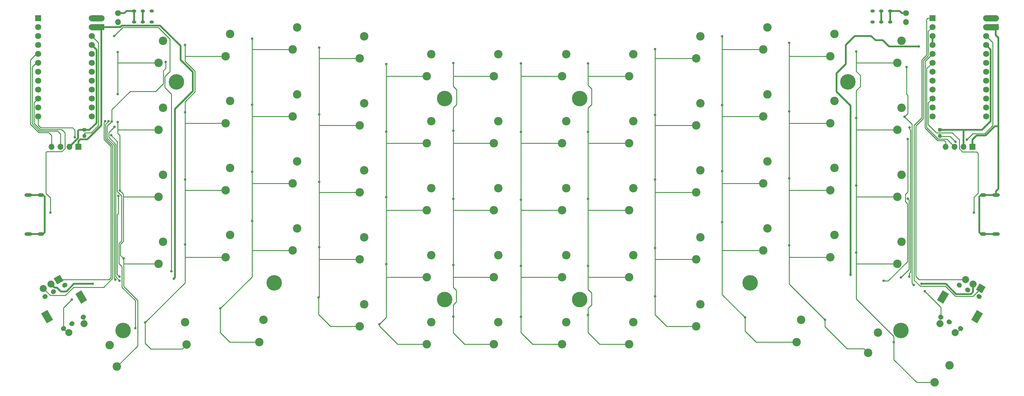
<source format=gbr>
G04 #@! TF.GenerationSoftware,KiCad,Pcbnew,(5.1.6)-1*
G04 #@! TF.CreationDate,2020-09-26T10:30:12+08:00*
G04 #@! TF.ProjectId,Cantaloupe,43616e74-616c-46f7-9570-652e6b696361,rev?*
G04 #@! TF.SameCoordinates,Original*
G04 #@! TF.FileFunction,Copper,L1,Top*
G04 #@! TF.FilePolarity,Positive*
%FSLAX46Y46*%
G04 Gerber Fmt 4.6, Leading zero omitted, Abs format (unit mm)*
G04 Created by KiCad (PCBNEW (5.1.6)-1) date 2020-09-26 10:30:12*
%MOMM*%
%LPD*%
G01*
G04 APERTURE LIST*
G04 #@! TA.AperFunction,ComponentPad*
%ADD10O,1.200000X0.900000*%
G04 #@! TD*
G04 #@! TA.AperFunction,ComponentPad*
%ADD11O,1.700000X1.700000*%
G04 #@! TD*
G04 #@! TA.AperFunction,ComponentPad*
%ADD12C,1.700000*%
G04 #@! TD*
G04 #@! TA.AperFunction,ComponentPad*
%ADD13R,1.752600X1.752600*%
G04 #@! TD*
G04 #@! TA.AperFunction,ComponentPad*
%ADD14C,1.752600*%
G04 #@! TD*
G04 #@! TA.AperFunction,ComponentPad*
%ADD15C,2.400000*%
G04 #@! TD*
G04 #@! TA.AperFunction,ComponentPad*
%ADD16O,2.200000X1.000000*%
G04 #@! TD*
G04 #@! TA.AperFunction,ComponentPad*
%ADD17O,1.800000X1.000000*%
G04 #@! TD*
G04 #@! TA.AperFunction,ComponentPad*
%ADD18R,1.700000X1.700000*%
G04 #@! TD*
G04 #@! TA.AperFunction,ComponentPad*
%ADD19C,0.100000*%
G04 #@! TD*
G04 #@! TA.AperFunction,ComponentPad*
%ADD20C,2.000000*%
G04 #@! TD*
G04 #@! TA.AperFunction,ComponentPad*
%ADD21C,4.400000*%
G04 #@! TD*
G04 #@! TA.AperFunction,ViaPad*
%ADD22C,0.700000*%
G04 #@! TD*
G04 #@! TA.AperFunction,Conductor*
%ADD23C,0.250000*%
G04 #@! TD*
G04 #@! TA.AperFunction,Conductor*
%ADD24C,0.500000*%
G04 #@! TD*
G04 #@! TA.AperFunction,Conductor*
%ADD25C,1.752600*%
G04 #@! TD*
G04 APERTURE END LIST*
D10*
X101157389Y-58950000D03*
X103657389Y-58950000D03*
X106157389Y-58950000D03*
X106157389Y-55750000D03*
X103657389Y-55750000D03*
X101157389Y-55750000D03*
X315996395Y-58950000D03*
X313496395Y-58950000D03*
X310996395Y-58950000D03*
X310996395Y-55750000D03*
X313496395Y-55750000D03*
X315996395Y-55750000D03*
D11*
X96657389Y-58890000D03*
D12*
X96657389Y-56350000D03*
D11*
X320496395Y-58890000D03*
D12*
X320496395Y-56350000D03*
D13*
X327982598Y-57813701D03*
D14*
X327982598Y-60353701D03*
X327982598Y-62893701D03*
X327982598Y-65433701D03*
X327982598Y-67973701D03*
X327982598Y-70513701D03*
X327982598Y-73053701D03*
X327982598Y-75593701D03*
X327982598Y-78133701D03*
X327982598Y-80673701D03*
X327982598Y-83213701D03*
X343222598Y-85753701D03*
X343222598Y-83213701D03*
X343222598Y-80673701D03*
X343222598Y-78133701D03*
X343222598Y-75593701D03*
X343222598Y-73053701D03*
X343222598Y-70513701D03*
X343222598Y-67973701D03*
X343222598Y-65433701D03*
X343222598Y-62893701D03*
X343222598Y-60353701D03*
X327982598Y-85753701D03*
X343222598Y-57813701D03*
X89171395Y-57813703D03*
X73931395Y-85753703D03*
X89171395Y-60353703D03*
X89171395Y-62893703D03*
X89171395Y-65433703D03*
X89171395Y-67973703D03*
X89171395Y-70513703D03*
X89171395Y-73053703D03*
X89171395Y-75593703D03*
X89171395Y-78133703D03*
X89171395Y-80673703D03*
X89171395Y-83213703D03*
X89171395Y-85753703D03*
X73931395Y-83213703D03*
X73931395Y-80673703D03*
X73931395Y-78133703D03*
X73931395Y-75593703D03*
X73931395Y-73053703D03*
X73931395Y-70513703D03*
X73931395Y-67973703D03*
X73931395Y-65433703D03*
X73931395Y-62893703D03*
X73931395Y-60353703D03*
D13*
X73931395Y-57813703D03*
D15*
X204657394Y-68046207D03*
X203407394Y-74346207D03*
X262096594Y-120116200D03*
X260846594Y-126416200D03*
D16*
X71127600Y-119223451D03*
X71127600Y-108073451D03*
D17*
X74727600Y-119223451D03*
X74727600Y-108073451D03*
D16*
X346021600Y-108073451D03*
X346021600Y-119223451D03*
D17*
X342421600Y-108073451D03*
X342421600Y-119223451D03*
D11*
X77722395Y-94400000D03*
X80262395Y-94400000D03*
X82802395Y-94400000D03*
D18*
X85342395Y-94400000D03*
D11*
X331786395Y-94400000D03*
X334326395Y-94400000D03*
X336866395Y-94400000D03*
D18*
X339406395Y-94400000D03*
G04 #@! TA.AperFunction,ComponentPad*
D19*
G36*
X330907913Y-135220000D02*
G01*
X332639963Y-136220000D01*
X331039963Y-138991282D01*
X329307913Y-137991282D01*
X330907913Y-135220000D01*
G37*
G04 #@! TD.AperFunction*
G04 #@! TA.AperFunction,ComponentPad*
G36*
X340607397Y-140820000D02*
G01*
X342339447Y-141820000D01*
X340739447Y-144591282D01*
X339007397Y-143591282D01*
X340607397Y-140820000D01*
G37*
G04 #@! TD.AperFunction*
D20*
X330158616Y-144717819D03*
X337408616Y-132160450D03*
X339573680Y-133410450D03*
G04 #@! TA.AperFunction,ComponentPad*
D19*
G36*
X341372719Y-133294425D02*
G01*
X343104769Y-134294425D01*
X342104769Y-136026475D01*
X340372719Y-135026475D01*
X341372719Y-133294425D01*
G37*
G04 #@! TD.AperFunction*
D20*
X334488744Y-147217819D03*
D15*
X319246595Y-121386203D03*
X317996595Y-127686203D03*
G04 #@! TA.AperFunction,ComponentPad*
D19*
G36*
X74814542Y-141820002D02*
G01*
X76546592Y-140820002D01*
X78146592Y-143591284D01*
X76414542Y-144591284D01*
X74814542Y-141820002D01*
G37*
G04 #@! TD.AperFunction*
G04 #@! TA.AperFunction,ComponentPad*
G36*
X84514026Y-136220002D02*
G01*
X86246076Y-135220002D01*
X87846076Y-137991284D01*
X86114026Y-138991284D01*
X84514026Y-136220002D01*
G37*
G04 #@! TD.AperFunction*
D20*
X82665245Y-147217821D03*
X75415245Y-134660452D03*
X77580309Y-133410452D03*
G04 #@! TA.AperFunction,ComponentPad*
D19*
G36*
X78379348Y-131794427D02*
G01*
X80111398Y-130794427D01*
X81111398Y-132526477D01*
X79379348Y-133526477D01*
X78379348Y-131794427D01*
G37*
G04 #@! TD.AperFunction*
D20*
X86995373Y-144717821D03*
D15*
X319246593Y-83286204D03*
X317996593Y-89586204D03*
X223996597Y-68046205D03*
X222746597Y-74346205D03*
X223996600Y-87096200D03*
X222746600Y-93396200D03*
X223996591Y-106146201D03*
X222746591Y-112446201D03*
X223996594Y-125196203D03*
X222746594Y-131496203D03*
X223996593Y-144246205D03*
X222746593Y-150546205D03*
X243046595Y-87096205D03*
X241796595Y-93396205D03*
X243046593Y-106146202D03*
X241796593Y-112446202D03*
X243046595Y-125196201D03*
X241796595Y-131496201D03*
X243046594Y-144246201D03*
X241796594Y-150546201D03*
X262096595Y-62966206D03*
X260846595Y-69266206D03*
X262096594Y-82016201D03*
X260846594Y-88316201D03*
X262096591Y-101066206D03*
X260846591Y-107366206D03*
X262096594Y-139166203D03*
X260846594Y-145466203D03*
X281146597Y-60426202D03*
X279896597Y-66726202D03*
X281146595Y-79476204D03*
X279896595Y-85776204D03*
X281146595Y-117576201D03*
X279896595Y-123876201D03*
X300196596Y-62331205D03*
X298946596Y-68631205D03*
X300196597Y-81381205D03*
X298946597Y-87681205D03*
X300196596Y-100431202D03*
X298946596Y-106731202D03*
X290671595Y-143611203D03*
X289421595Y-149911203D03*
X319246592Y-102336204D03*
X317996592Y-108636204D03*
X312550749Y-147226051D03*
X309712782Y-152987860D03*
X332853326Y-156550450D03*
X328620794Y-161381410D03*
X204657392Y-87096201D03*
X203407392Y-93396201D03*
X204657401Y-106146201D03*
X203407401Y-112446201D03*
X204657396Y-125196202D03*
X203407396Y-131496202D03*
X204657399Y-144246203D03*
X203407399Y-150546203D03*
X185607395Y-68046202D03*
X184357395Y-74346202D03*
X185607393Y-87096204D03*
X184357393Y-93396204D03*
X185607396Y-106146203D03*
X184357396Y-112446203D03*
X185607396Y-125196202D03*
X184357396Y-131496202D03*
X185607396Y-144246201D03*
X184357396Y-150546201D03*
X166557395Y-62966203D03*
X165307395Y-69266203D03*
X166557393Y-101066203D03*
X165307393Y-107366203D03*
X166557396Y-139166200D03*
X165307396Y-145466200D03*
X147507393Y-60426202D03*
X146257393Y-66726202D03*
X147507398Y-79476206D03*
X146257398Y-85776206D03*
X147507398Y-117576204D03*
X146257398Y-123876204D03*
X128457395Y-62331207D03*
X127207395Y-68631207D03*
X128457396Y-81381205D03*
X127207396Y-87681205D03*
X128457396Y-100431205D03*
X127207396Y-106731205D03*
X128457393Y-119481203D03*
X127207393Y-125781203D03*
X137982393Y-143611204D03*
X136732393Y-149911204D03*
X109407389Y-64236200D03*
X108157389Y-70536200D03*
X109407398Y-83286203D03*
X108157398Y-89586203D03*
X109407396Y-102336202D03*
X108157396Y-108636202D03*
X109407395Y-121386203D03*
X108157395Y-127686203D03*
X115711391Y-144249628D03*
X116134543Y-150658485D03*
X94259954Y-150800450D03*
X96327422Y-156881410D03*
X319246597Y-64236202D03*
X317996597Y-70536202D03*
X281146595Y-98526205D03*
X279896595Y-104826205D03*
X243046592Y-68046200D03*
X241796592Y-74346200D03*
X300196597Y-119481208D03*
X298946597Y-125781208D03*
X147507395Y-98526203D03*
X146257395Y-104826203D03*
X166557397Y-120116203D03*
X165307397Y-126416203D03*
X166557396Y-82016204D03*
X165307396Y-88316204D03*
D11*
X345952598Y-57811203D03*
D18*
X345952598Y-60351203D03*
D11*
X91882395Y-57811203D03*
D18*
X91882395Y-60351203D03*
G04 #@! TA.AperFunction,ComponentPad*
G36*
G01*
X76314829Y-137518577D02*
X76141623Y-137618577D01*
G75*
G02*
X75219556Y-137371510I-337500J584567D01*
G01*
X75219556Y-137371510D01*
G75*
G02*
X75466623Y-136449443I584567J337500D01*
G01*
X75639829Y-136349443D01*
G75*
G02*
X76561896Y-136596510I337500J-584567D01*
G01*
X76561896Y-136596510D01*
G75*
G02*
X76314829Y-137518577I-584567J-337500D01*
G01*
G37*
G04 #@! TD.AperFunction*
G04 #@! TA.AperFunction,ComponentPad*
G36*
G01*
X81564829Y-146611843D02*
X81391623Y-146711843D01*
G75*
G02*
X80469556Y-146464776I-337500J584567D01*
G01*
X80469556Y-146464776D01*
G75*
G02*
X80716623Y-145542709I584567J337500D01*
G01*
X80889829Y-145442709D01*
G75*
G02*
X81811896Y-145689776I337500J-584567D01*
G01*
X81811896Y-145689776D01*
G75*
G02*
X81564829Y-146611843I-584567J-337500D01*
G01*
G37*
G04 #@! TD.AperFunction*
G04 #@! TA.AperFunction,ComponentPad*
G36*
G01*
X83946399Y-145236843D02*
X83773193Y-145336843D01*
G75*
G02*
X82851126Y-145089776I-337500J584567D01*
G01*
X82851126Y-145089776D01*
G75*
G02*
X83098193Y-144167709I584567J337500D01*
G01*
X83271399Y-144067709D01*
G75*
G02*
X84193466Y-144314776I337500J-584567D01*
G01*
X84193466Y-144314776D01*
G75*
G02*
X83946399Y-145236843I-584567J-337500D01*
G01*
G37*
G04 #@! TD.AperFunction*
G04 #@! TA.AperFunction,ComponentPad*
G36*
G01*
X78696399Y-136143577D02*
X78523193Y-136243577D01*
G75*
G02*
X77601126Y-135996510I-337500J584567D01*
G01*
X77601126Y-135996510D01*
G75*
G02*
X77848193Y-135074443I584567J337500D01*
G01*
X78021399Y-134974443D01*
G75*
G02*
X78943466Y-135221510I337500J-584567D01*
G01*
X78943466Y-135221510D01*
G75*
G02*
X78696399Y-136143577I-584567J-337500D01*
G01*
G37*
G04 #@! TD.AperFunction*
G04 #@! TA.AperFunction,ComponentPad*
G36*
G01*
X87185334Y-143366843D02*
X87012128Y-143466843D01*
G75*
G02*
X86090061Y-143219776I-337500J584567D01*
G01*
X86090061Y-143219776D01*
G75*
G02*
X86337128Y-142297709I584567J337500D01*
G01*
X86510334Y-142197709D01*
G75*
G02*
X87432401Y-142444776I337500J-584567D01*
G01*
X87432401Y-142444776D01*
G75*
G02*
X87185334Y-143366843I-584567J-337500D01*
G01*
G37*
G04 #@! TD.AperFunction*
G04 #@! TA.AperFunction,ComponentPad*
G36*
G01*
X81935334Y-134273577D02*
X81762128Y-134373577D01*
G75*
G02*
X80840061Y-134126510I-337500J584567D01*
G01*
X80840061Y-134126510D01*
G75*
G02*
X81087128Y-133204443I584567J337500D01*
G01*
X81260334Y-133104443D01*
G75*
G02*
X82182401Y-133351510I337500J-584567D01*
G01*
X82182401Y-133351510D01*
G75*
G02*
X81935334Y-134273577I-584567J-337500D01*
G01*
G37*
G04 #@! TD.AperFunction*
G04 #@! TA.AperFunction,ComponentPad*
G36*
G01*
X335383200Y-134368575D02*
X335209994Y-134268575D01*
G75*
G02*
X334962927Y-133346508I337500J584567D01*
G01*
X334962927Y-133346508D01*
G75*
G02*
X335884994Y-133099441I584567J-337500D01*
G01*
X336058200Y-133199441D01*
G75*
G02*
X336305267Y-134121508I-337500J-584567D01*
G01*
X336305267Y-134121508D01*
G75*
G02*
X335383200Y-134368575I-584567J337500D01*
G01*
G37*
G04 #@! TD.AperFunction*
G04 #@! TA.AperFunction,ComponentPad*
G36*
G01*
X330133200Y-143461841D02*
X329959994Y-143361841D01*
G75*
G02*
X329712927Y-142439774I337500J584567D01*
G01*
X329712927Y-142439774D01*
G75*
G02*
X330634994Y-142192707I584567J-337500D01*
G01*
X330808200Y-142292707D01*
G75*
G02*
X331055267Y-143214774I-337500J-584567D01*
G01*
X331055267Y-143214774D01*
G75*
G02*
X330133200Y-143461841I-584567J337500D01*
G01*
G37*
G04 #@! TD.AperFunction*
G04 #@! TA.AperFunction,ComponentPad*
G36*
G01*
X332514770Y-144836841D02*
X332341564Y-144736841D01*
G75*
G02*
X332094497Y-143814774I337500J584567D01*
G01*
X332094497Y-143814774D01*
G75*
G02*
X333016564Y-143567707I584567J-337500D01*
G01*
X333189770Y-143667707D01*
G75*
G02*
X333436837Y-144589774I-337500J-584567D01*
G01*
X333436837Y-144589774D01*
G75*
G02*
X332514770Y-144836841I-584567J337500D01*
G01*
G37*
G04 #@! TD.AperFunction*
G04 #@! TA.AperFunction,ComponentPad*
G36*
G01*
X337764770Y-135743575D02*
X337591564Y-135643575D01*
G75*
G02*
X337344497Y-134721508I337500J584567D01*
G01*
X337344497Y-134721508D01*
G75*
G02*
X338266564Y-134474441I584567J-337500D01*
G01*
X338439770Y-134574441D01*
G75*
G02*
X338686837Y-135496508I-337500J-584567D01*
G01*
X338686837Y-135496508D01*
G75*
G02*
X337764770Y-135743575I-584567J337500D01*
G01*
G37*
G04 #@! TD.AperFunction*
G04 #@! TA.AperFunction,ComponentPad*
G36*
G01*
X335753705Y-146706841D02*
X335580499Y-146606841D01*
G75*
G02*
X335333432Y-145684774I337500J584567D01*
G01*
X335333432Y-145684774D01*
G75*
G02*
X336255499Y-145437707I584567J-337500D01*
G01*
X336428705Y-145537707D01*
G75*
G02*
X336675772Y-146459774I-337500J-584567D01*
G01*
X336675772Y-146459774D01*
G75*
G02*
X335753705Y-146706841I-584567J337500D01*
G01*
G37*
G04 #@! TD.AperFunction*
G04 #@! TA.AperFunction,ComponentPad*
G36*
G01*
X341003705Y-137613575D02*
X340830499Y-137513575D01*
G75*
G02*
X340583432Y-136591508I337500J584567D01*
G01*
X340583432Y-136591508D01*
G75*
G02*
X341505499Y-136344441I584567J-337500D01*
G01*
X341678705Y-136444441D01*
G75*
G02*
X341925772Y-137366508I-337500J-584567D01*
G01*
X341925772Y-137366508D01*
G75*
G02*
X341003705Y-137613575I-584567J337500D01*
G01*
G37*
G04 #@! TD.AperFunction*
G04 #@! TA.AperFunction,SMDPad,CuDef*
G36*
G01*
X86813895Y-90783703D02*
X87288895Y-90783703D01*
G75*
G02*
X87526395Y-91021203I0J-237500D01*
G01*
X87526395Y-91596203D01*
G75*
G02*
X87288895Y-91833703I-237500J0D01*
G01*
X86813895Y-91833703D01*
G75*
G02*
X86576395Y-91596203I0J237500D01*
G01*
X86576395Y-91021203D01*
G75*
G02*
X86813895Y-90783703I237500J0D01*
G01*
G37*
G04 #@! TD.AperFunction*
G04 #@! TA.AperFunction,SMDPad,CuDef*
G36*
G01*
X86813895Y-89033703D02*
X87288895Y-89033703D01*
G75*
G02*
X87526395Y-89271203I0J-237500D01*
G01*
X87526395Y-89846203D01*
G75*
G02*
X87288895Y-90083703I-237500J0D01*
G01*
X86813895Y-90083703D01*
G75*
G02*
X86576395Y-89846203I0J237500D01*
G01*
X86576395Y-89271203D01*
G75*
G02*
X86813895Y-89033703I237500J0D01*
G01*
G37*
G04 #@! TD.AperFunction*
D21*
X113182400Y-75958700D03*
X189382400Y-137871200D03*
X319052858Y-146602450D03*
X189382400Y-80721200D03*
X303971600Y-75958700D03*
X227797008Y-137871200D03*
X276190358Y-133108700D03*
X227771600Y-80721200D03*
X140963650Y-133108700D03*
G04 #@! TA.AperFunction,SMDPad,CuDef*
G36*
G01*
X329865098Y-90783701D02*
X330340098Y-90783701D01*
G75*
G02*
X330577598Y-91021201I0J-237500D01*
G01*
X330577598Y-91596201D01*
G75*
G02*
X330340098Y-91833701I-237500J0D01*
G01*
X329865098Y-91833701D01*
G75*
G02*
X329627598Y-91596201I0J237500D01*
G01*
X329627598Y-91021201D01*
G75*
G02*
X329865098Y-90783701I237500J0D01*
G01*
G37*
G04 #@! TD.AperFunction*
G04 #@! TA.AperFunction,SMDPad,CuDef*
G36*
G01*
X329865098Y-89033701D02*
X330340098Y-89033701D01*
G75*
G02*
X330577598Y-89271201I0J-237500D01*
G01*
X330577598Y-89846201D01*
G75*
G02*
X330340098Y-90083701I-237500J0D01*
G01*
X329865098Y-90083701D01*
G75*
G02*
X329627598Y-89846201I0J237500D01*
G01*
X329627598Y-89271201D01*
G75*
G02*
X329865098Y-89033701I237500J0D01*
G01*
G37*
G04 #@! TD.AperFunction*
X98101150Y-146602450D03*
D22*
X320056581Y-85821205D03*
X322726395Y-133698249D03*
X320640347Y-71709701D03*
X321544568Y-88923451D03*
X321426395Y-131311203D03*
X320996395Y-109150000D03*
X319021595Y-131552327D03*
X321003403Y-92216701D03*
X314176395Y-132511203D03*
X306384594Y-67297305D03*
X306384594Y-86220305D03*
X306384594Y-105397305D03*
X306384594Y-124447305D03*
X317052595Y-149936205D03*
X268284594Y-62979305D03*
X268284594Y-115811305D03*
X268284594Y-101333305D03*
X268284594Y-82537305D03*
X274761595Y-142951205D03*
X287334594Y-103365305D03*
X287334594Y-122415305D03*
X287334594Y-64884305D03*
X287334594Y-84315305D03*
X297494595Y-143586205D03*
X211134594Y-142735305D03*
X211134594Y-90157305D03*
X211134594Y-70726305D03*
X211134594Y-128257305D03*
X211134594Y-109461305D03*
X230184594Y-142227305D03*
X230184594Y-90157305D03*
X230184594Y-70726305D03*
X230184594Y-109207305D03*
X230184594Y-128257305D03*
X249234594Y-103746305D03*
X249234594Y-123177305D03*
X249234594Y-85331305D03*
X249234594Y-66662305D03*
X249234594Y-136893305D03*
X325851597Y-135498451D03*
X110210597Y-70307205D03*
X95824592Y-132169006D03*
X94882395Y-87161203D03*
X97071385Y-132461203D03*
X95582395Y-88711203D03*
X96748592Y-108407200D03*
X97071385Y-131348451D03*
X94646369Y-91097229D03*
X101507597Y-145998451D03*
X339826597Y-113148451D03*
X77426597Y-113148451D03*
X334512400Y-92918447D03*
X337726228Y-92372275D03*
X111782597Y-129748451D03*
X95562345Y-62893703D03*
X191858895Y-89865203D03*
X191858895Y-128028703D03*
X191858895Y-109232703D03*
X191858895Y-142633703D03*
X191858895Y-70624703D03*
X172808895Y-90119203D03*
X172808895Y-108724703D03*
X170840394Y-144856207D03*
X172808895Y-70878703D03*
X172808895Y-127774703D03*
X153758895Y-85166203D03*
X153631895Y-137236203D03*
X153758895Y-104406703D03*
X153758895Y-122948703D03*
X153758895Y-66243203D03*
X134708895Y-63639703D03*
X134708895Y-82499203D03*
X134708895Y-101549203D03*
X134708895Y-115519203D03*
X125704595Y-140411205D03*
X115658895Y-65417703D03*
X115658895Y-122186703D03*
X115658895Y-84594703D03*
X115658895Y-103708203D03*
X104368595Y-144348205D03*
X98196395Y-126187203D03*
X96572389Y-67435403D03*
X96572398Y-87403006D03*
X97138897Y-106843907D03*
X96572398Y-79438252D03*
X83507597Y-137848451D03*
X84378262Y-91692761D03*
X93935377Y-87153626D03*
X93011269Y-87123139D03*
X324876597Y-133373451D03*
X304724000Y-130817013D03*
X324144015Y-65886203D03*
X89407597Y-133373451D03*
X112430000Y-131923013D03*
D23*
X320981581Y-79719889D02*
X320981581Y-84896205D01*
X320981581Y-84896205D02*
X320056581Y-85821205D01*
X320640347Y-79378655D02*
X320981581Y-79719889D01*
X320640347Y-71709701D02*
X320640347Y-79378655D01*
X322726395Y-133698249D02*
X322219568Y-133191422D01*
X322219568Y-87984192D02*
X320056581Y-85821205D01*
X322219568Y-133191422D02*
X322219568Y-87984192D01*
X321769558Y-90191412D02*
X321769558Y-130018040D01*
X321426395Y-131311203D02*
X321426395Y-130361203D01*
X321426395Y-130361203D02*
X321769558Y-130018040D01*
X321769558Y-90191412D02*
X321769558Y-89641412D01*
X321544568Y-89416422D02*
X321544568Y-88923451D01*
X321769558Y-89641412D02*
X321544568Y-89416422D01*
X321319548Y-129254374D02*
X319021595Y-131552327D01*
X320996395Y-109150000D02*
X321319548Y-109473153D01*
X321319548Y-109473153D02*
X321319548Y-129254374D01*
X321003403Y-107267395D02*
X321003403Y-92216701D01*
X320321394Y-107949405D02*
X321003403Y-107267395D01*
X314176395Y-132511203D02*
X315428597Y-132511203D01*
X320869538Y-127070262D02*
X320869538Y-110529557D01*
X315428597Y-132511203D02*
X320869538Y-127070262D01*
X320869538Y-110529557D02*
X320321394Y-109981413D01*
X320321394Y-109981413D02*
X320321394Y-107949405D01*
X306384594Y-72999594D02*
X307502200Y-74117200D01*
X307502200Y-74117200D02*
X307502200Y-77292188D01*
X307502200Y-77292188D02*
X306384594Y-78409794D01*
X306384594Y-78409794D02*
X306384594Y-86220305D01*
X306384594Y-105397305D02*
X306384594Y-89551705D01*
X306409592Y-108636204D02*
X306384594Y-108661202D01*
X317996592Y-108636204D02*
X306409592Y-108636204D01*
X306384594Y-124447305D02*
X306384594Y-108661202D01*
X306384594Y-108661202D02*
X306384594Y-105397305D01*
X317996597Y-70536202D02*
X318220600Y-70536202D01*
X306486594Y-70536202D02*
X306384594Y-70434202D01*
X317996597Y-70536202D02*
X306486594Y-70536202D01*
X306384594Y-67297305D02*
X306384594Y-70434202D01*
X306384594Y-70434202D02*
X306384594Y-72999594D01*
X317052595Y-148339189D02*
X306384594Y-137671188D01*
X317052595Y-149936205D02*
X317052595Y-148339189D01*
X306419093Y-89586204D02*
X306384594Y-89551705D01*
X317996593Y-89586204D02*
X306419093Y-89586204D01*
X306384594Y-89551705D02*
X306384594Y-86220305D01*
X306389996Y-127686203D02*
X306384594Y-127680801D01*
X317996595Y-127686203D02*
X306389996Y-127686203D01*
X306384594Y-124447305D02*
X306384594Y-127680801D01*
X306384594Y-127680801D02*
X306384594Y-137671188D01*
X317052595Y-154895461D02*
X317052595Y-149936205D01*
X323538544Y-161381410D02*
X317052595Y-154895461D01*
X328620794Y-161381410D02*
X323538544Y-161381410D01*
X268284594Y-82537305D02*
X268284594Y-66624208D01*
X268284594Y-101333305D02*
X268284594Y-85815697D01*
X268284594Y-115811305D02*
X268284594Y-104851202D01*
X268309591Y-104826205D02*
X268284594Y-104851202D01*
X279896595Y-104826205D02*
X268309591Y-104826205D01*
X268284594Y-104851202D02*
X268284594Y-101333305D01*
X268386588Y-66726202D02*
X268284594Y-66624208D01*
X279896597Y-66726202D02*
X268386588Y-66726202D01*
X268284594Y-66624208D02*
X268284594Y-62979305D01*
X268309595Y-123876201D02*
X268284594Y-123901202D01*
X268284594Y-115811305D02*
X268284594Y-123901202D01*
X279896595Y-123876201D02*
X268309595Y-123876201D01*
X268324087Y-85776204D02*
X268284594Y-85815697D01*
X279896595Y-85776204D02*
X268324087Y-85776204D01*
X268284594Y-85815697D02*
X268284594Y-82537305D01*
X268284594Y-123901202D02*
X268284594Y-136474204D01*
X268284594Y-136474204D02*
X274761595Y-142951205D01*
X289421595Y-149911203D02*
X277889349Y-149911203D01*
X274761595Y-146783449D02*
X274761595Y-142951205D01*
X277889349Y-149911203D02*
X274761595Y-146783449D01*
X287334594Y-133426204D02*
X297494595Y-143586205D01*
X287334594Y-68529208D02*
X287334594Y-64884305D01*
X287334594Y-103365305D02*
X287334594Y-87615697D01*
X287334594Y-122415305D02*
X287334594Y-106756208D01*
X287359600Y-106731202D02*
X287334594Y-106756208D01*
X298946596Y-106731202D02*
X287359600Y-106731202D01*
X287334594Y-106756208D02*
X287334594Y-103365305D01*
X287436591Y-68631205D02*
X287334594Y-68529208D01*
X298946596Y-68631205D02*
X287436591Y-68631205D01*
X287334594Y-64884305D02*
X287334594Y-84315305D01*
X298946597Y-125781208D02*
X287436600Y-125781208D01*
X287334594Y-122415305D02*
X287334594Y-125679202D01*
X287436600Y-125781208D02*
X287334594Y-125679202D01*
X287334594Y-125679202D02*
X287334594Y-133426204D01*
X297494595Y-145572811D02*
X297494595Y-143586205D01*
X308512783Y-151787861D02*
X303709645Y-151787861D01*
X303709645Y-151787861D02*
X297494595Y-145572811D01*
X309712782Y-152987860D02*
X308512783Y-151787861D01*
X298946597Y-87681205D02*
X287400102Y-87681205D01*
X287400102Y-87681205D02*
X287334594Y-87615697D01*
X287334594Y-87615697D02*
X287334594Y-84315305D01*
X331786395Y-92990000D02*
X331786395Y-94400000D01*
X331405116Y-92608721D02*
X331786395Y-92990000D01*
X327982598Y-67973701D02*
X325881277Y-70075022D01*
X325881278Y-89044301D02*
X329445698Y-92608721D01*
X325881277Y-70075022D02*
X325881278Y-89044301D01*
X329445698Y-92608721D02*
X331405116Y-92608721D01*
X329632098Y-92158711D02*
X330573098Y-92158711D01*
X332085106Y-92158711D02*
X334326395Y-94400000D01*
X329632098Y-92158711D02*
X332085106Y-92158711D01*
X326331287Y-72165012D02*
X327982598Y-70513701D01*
X326331287Y-88857900D02*
X329632098Y-92158711D01*
X326331287Y-87184892D02*
X326331287Y-88857900D01*
X326331287Y-87184892D02*
X326331287Y-72165012D01*
X211159595Y-112446201D02*
X211134594Y-112471202D01*
X222746591Y-112446201D02*
X211159595Y-112446201D01*
X211134594Y-128257305D02*
X211134594Y-112471202D01*
X211134594Y-112471202D02*
X211134594Y-109461305D01*
X211286593Y-131496203D02*
X211134594Y-131648202D01*
X222746594Y-131496203D02*
X211286593Y-131496203D01*
X211134594Y-142735305D02*
X211134594Y-131648202D01*
X211134594Y-131648202D02*
X211134594Y-128257305D01*
X211134594Y-147251208D02*
X211134594Y-142735305D01*
X214429591Y-150546205D02*
X211134594Y-147251208D01*
X222746593Y-150546205D02*
X214429591Y-150546205D01*
X211159596Y-93396200D02*
X211134594Y-93421202D01*
X211134594Y-109461305D02*
X211134594Y-93421202D01*
X222746600Y-93396200D02*
X211159596Y-93396200D01*
X211134594Y-93421202D02*
X211134594Y-90157305D01*
X222746597Y-74346205D02*
X211286591Y-74346205D01*
X211134594Y-90157305D02*
X211134594Y-74498202D01*
X211286591Y-74346205D02*
X211134594Y-74498202D01*
X211134594Y-74498202D02*
X211134594Y-70726305D01*
X231200594Y-77927207D02*
X231200594Y-82372207D01*
X230184594Y-83388207D02*
X230184594Y-90157305D01*
X231198054Y-139385047D02*
X230184594Y-140398507D01*
X231200594Y-82372207D02*
X230184594Y-83388207D01*
X230184594Y-140398507D02*
X230184594Y-142227305D01*
X230184594Y-134942587D02*
X231198054Y-135956047D01*
X230184594Y-76911207D02*
X231200594Y-77927207D01*
X231198054Y-135956047D02*
X231198054Y-139385047D01*
X230184594Y-74371208D02*
X230184594Y-76911207D01*
X230184594Y-109207305D02*
X230184594Y-93401705D01*
X230184594Y-112471208D02*
X230184594Y-128257305D01*
X230209600Y-112446202D02*
X230184594Y-112471208D01*
X241796593Y-112446202D02*
X230209600Y-112446202D01*
X230184594Y-109207305D02*
X230184594Y-112471208D01*
X241796592Y-74346200D02*
X230209602Y-74346200D01*
X230184594Y-70726305D02*
X230184594Y-74371208D01*
X230209602Y-74346200D02*
X230184594Y-74371208D01*
X241796595Y-131496201D02*
X230209601Y-131496201D01*
X230209601Y-131496201D02*
X230184594Y-131521208D01*
X230184594Y-128257305D02*
X230184594Y-131521208D01*
X230184594Y-131521208D02*
X230184594Y-134942587D01*
X230184594Y-147251203D02*
X230184594Y-142227305D01*
X233479592Y-150546201D02*
X230184594Y-147251203D01*
X241796594Y-150546201D02*
X233479592Y-150546201D01*
X230190094Y-93396205D02*
X230184594Y-93401705D01*
X241796595Y-93396205D02*
X230190094Y-93396205D01*
X230184594Y-93401705D02*
X230184594Y-90157305D01*
X249234594Y-85331305D02*
X249234594Y-69291208D01*
X249234594Y-103746305D02*
X249234594Y-88315697D01*
X249234594Y-123177305D02*
X249234594Y-107264208D01*
X249336592Y-107366206D02*
X249234594Y-107264208D01*
X260846591Y-107366206D02*
X249336592Y-107366206D01*
X249234594Y-107264208D02*
X249234594Y-103746305D01*
X249259596Y-69266206D02*
X249234594Y-69291208D01*
X260846595Y-69266206D02*
X249259596Y-69266206D01*
X249234594Y-69291208D02*
X249234594Y-66662305D01*
X249259602Y-126416200D02*
X249234594Y-126441208D01*
X260846594Y-126416200D02*
X249259602Y-126416200D01*
X249234594Y-136893305D02*
X249234594Y-126441208D01*
X249234594Y-126441208D02*
X249234594Y-123177305D01*
X249234594Y-142171205D02*
X249234594Y-136893305D01*
X252529592Y-145466203D02*
X249234594Y-142171205D01*
X260846594Y-145466203D02*
X252529592Y-145466203D01*
X249235098Y-88316201D02*
X249234594Y-88315697D01*
X260846594Y-88316201D02*
X249235098Y-88316201D01*
X249234594Y-88315697D02*
X249234594Y-85331305D01*
X330158616Y-143052755D02*
X330384097Y-142827274D01*
X330158616Y-144717819D02*
X330158616Y-143052755D01*
X330384097Y-142827274D02*
X330384097Y-140030951D01*
X330384097Y-140030951D02*
X325851597Y-135498451D01*
X323246587Y-131210145D02*
X324196892Y-132160450D01*
X323246587Y-88502634D02*
X323246587Y-131210145D01*
X327982598Y-60353701D02*
X326781297Y-61555002D01*
X325431269Y-69888620D02*
X325431269Y-86317952D01*
X324196892Y-132160450D02*
X337408616Y-132160450D01*
X326781297Y-61555002D02*
X326781297Y-68538592D01*
X326781297Y-68538592D02*
X325431269Y-69888620D01*
X325431269Y-86317952D02*
X323246587Y-88502634D01*
X326647146Y-57813701D02*
X327982598Y-57813701D01*
X334502829Y-136859028D02*
X331692253Y-134048452D01*
X331692253Y-134048452D02*
X324552596Y-134048452D01*
X339540166Y-136859028D02*
X334502829Y-136859028D01*
X324552596Y-134048452D02*
X322796577Y-132292433D01*
X341738744Y-134660450D02*
X339540166Y-136859028D01*
X322796577Y-132292433D02*
X322796578Y-88316233D01*
X322796578Y-88316233D02*
X324981259Y-86131552D01*
X324981260Y-69702219D02*
X326331287Y-68352192D01*
X324981259Y-86131552D02*
X324981260Y-69702219D01*
X326331287Y-68352192D02*
X326331287Y-58129560D01*
X326331287Y-58129560D02*
X326647146Y-57813701D01*
X110210597Y-70307205D02*
X110210597Y-72083001D01*
X95496581Y-131840995D02*
X95824592Y-132169006D01*
X95496579Y-97325387D02*
X95496581Y-97325389D01*
X95496579Y-93888979D02*
X95496579Y-97325387D01*
X95496581Y-97325389D02*
X95496581Y-131840995D01*
X93521358Y-91913758D02*
X95496579Y-93888979D01*
X93521358Y-88522240D02*
X94882395Y-87161203D01*
X93521358Y-91913758D02*
X93521358Y-88522240D01*
X94882395Y-87161203D02*
X94882395Y-83848653D01*
X94882395Y-83848653D02*
X100107597Y-78623451D01*
X109482587Y-72811011D02*
X110210597Y-72083001D01*
X109482587Y-76448461D02*
X109482587Y-72811011D01*
X107307597Y-78623451D02*
X109482587Y-76448461D01*
X100107597Y-78623451D02*
X107307597Y-78623451D01*
X97071385Y-132461203D02*
X95952365Y-131342183D01*
X95952365Y-115181173D02*
X95952365Y-131342183D01*
X95946591Y-115175399D02*
X95952365Y-115181173D01*
X95946589Y-97138987D02*
X95946588Y-93702578D01*
X95946591Y-97138989D02*
X95946589Y-97138987D01*
X95946591Y-115175399D02*
X95946591Y-97138989D01*
X93971368Y-90322230D02*
X95582395Y-88711203D01*
X93971368Y-91727358D02*
X93971368Y-90322230D01*
X95946588Y-93702578D02*
X93971368Y-91727358D01*
X97071385Y-131348451D02*
X96402375Y-130679441D01*
X96748592Y-113397012D02*
X96748592Y-108407200D01*
X96402375Y-113743229D02*
X96748592Y-113397012D01*
X96402375Y-130679441D02*
X96402375Y-113743229D01*
X96396601Y-92847461D02*
X94646369Y-91097229D01*
X97682885Y-108342491D02*
X96396601Y-107056207D01*
X96396601Y-107056207D02*
X96396601Y-92847461D01*
X97682885Y-121047803D02*
X97682885Y-108342491D01*
X96852385Y-121878303D02*
X97682885Y-121047803D01*
X97746385Y-128475193D02*
X96852384Y-127581192D01*
X101507597Y-145998451D02*
X101507597Y-138082265D01*
X101507597Y-138082265D02*
X97746385Y-134321053D01*
X97746385Y-134321053D02*
X97746385Y-128475193D01*
X96852384Y-127581192D02*
X96852385Y-121878303D01*
X81511231Y-133739010D02*
X81957782Y-133739010D01*
X340527400Y-95798447D02*
X336525840Y-95798447D01*
X341001586Y-107565963D02*
X341001586Y-96272633D01*
X339826597Y-108740952D02*
X341001586Y-107565963D01*
X339826597Y-113148451D02*
X339826597Y-108740952D01*
X326781297Y-81875002D02*
X327982598Y-80673701D01*
X341001586Y-96272633D02*
X340527400Y-95798447D01*
X336525840Y-95798447D02*
X335601597Y-94874204D01*
X335601597Y-94874204D02*
X335601597Y-92405202D01*
X335601597Y-92405202D02*
X333605106Y-90408711D01*
X326781297Y-88057910D02*
X326781297Y-81875002D01*
X329132098Y-90408711D02*
X326781297Y-88057910D01*
X333605106Y-90408711D02*
X329132098Y-90408711D01*
X74499303Y-89447218D02*
X80591171Y-89447218D01*
X73931395Y-80673703D02*
X72730094Y-81875004D01*
X72730094Y-81875004D02*
X72730094Y-87678008D01*
X76152410Y-107565958D02*
X77426597Y-108840145D01*
X80591171Y-89447218D02*
X81532597Y-90388644D01*
X72730094Y-87678008D02*
X74499303Y-89447218D01*
X81532597Y-94868800D02*
X80627950Y-95773447D01*
X80627950Y-95773447D02*
X76377400Y-95773447D01*
X81532597Y-90388644D02*
X81532597Y-94868800D01*
X77426597Y-108840145D02*
X77426597Y-113148451D01*
X76377400Y-95773447D02*
X76152410Y-95998437D01*
X76152410Y-95998437D02*
X76152410Y-107565958D01*
X343222598Y-62893701D02*
X345123909Y-64795012D01*
X345123909Y-88339325D02*
X342829523Y-90633711D01*
X345123909Y-87369956D02*
X345123909Y-88339325D01*
X345123909Y-64795012D02*
X345123909Y-87369956D01*
X342829523Y-90633711D02*
X339464792Y-90633711D01*
X339464792Y-90633711D02*
X337726228Y-92372275D01*
X333002654Y-91408701D02*
X330102598Y-91408701D01*
X334512400Y-92918447D02*
X333002654Y-91408701D01*
X77722395Y-91148442D02*
X77722395Y-94400000D01*
X71757385Y-87978119D02*
X74126505Y-90347238D01*
X74126505Y-90347238D02*
X76921191Y-90347238D01*
X71757384Y-69647714D02*
X71757385Y-87978119D01*
X76921191Y-90347238D02*
X77722395Y-91148442D01*
X73431395Y-67973703D02*
X71757384Y-69647714D01*
X80262395Y-94400000D02*
X80262395Y-90717223D01*
X74312905Y-89897228D02*
X72207394Y-87791718D01*
X80262395Y-90717223D02*
X79442400Y-89897228D01*
X72207394Y-71737704D02*
X73431395Y-70513703D01*
X72207394Y-87791718D02*
X72207394Y-71737704D01*
X79442400Y-89897228D02*
X74312905Y-89897228D01*
X111782597Y-129748451D02*
X111782597Y-79398451D01*
X111782597Y-79398451D02*
X109932597Y-77548451D01*
X109932597Y-74423451D02*
X111357597Y-72998451D01*
X109932597Y-77548451D02*
X109932597Y-74423451D01*
X91072706Y-64795014D02*
X89171395Y-62893703D01*
X87051395Y-91308703D02*
X87051395Y-90553713D01*
X88990304Y-90408713D02*
X91072706Y-88326311D01*
X87051395Y-90553713D02*
X87196395Y-90408713D01*
X87196395Y-90408713D02*
X88990304Y-90408713D01*
X91072706Y-88326311D02*
X91072706Y-64795014D01*
X108049998Y-60481199D02*
X111357597Y-63788798D01*
X97974849Y-60481199D02*
X108049998Y-60481199D01*
X95562345Y-62893703D02*
X97974849Y-60481199D01*
X111357597Y-72998451D02*
X111357597Y-63788798D01*
X192811394Y-78181205D02*
X191858895Y-77228706D01*
X191858895Y-139331706D02*
X192684394Y-138506207D01*
X191858895Y-142633703D02*
X191858895Y-139331706D01*
X192684394Y-138506207D02*
X192684394Y-135204205D01*
X191858895Y-89865203D02*
X191858895Y-83324706D01*
X192811394Y-82372207D02*
X192811394Y-78181205D01*
X191858895Y-83324706D02*
X192811394Y-82372207D01*
X192684394Y-135204205D02*
X191858895Y-134378706D01*
X191858895Y-147314701D02*
X191858895Y-142633703D01*
X195090397Y-150546203D02*
X191858895Y-147314701D01*
X203407399Y-150546203D02*
X195090397Y-150546203D01*
X191896595Y-74346207D02*
X191858895Y-74383907D01*
X203407394Y-74346207D02*
X191896595Y-74346207D01*
X191858895Y-77228706D02*
X191858895Y-74383907D01*
X191858895Y-74383907D02*
X191858895Y-70624703D01*
X191896601Y-93396201D02*
X191858895Y-93433907D01*
X203407392Y-93396201D02*
X191896601Y-93396201D01*
X191858895Y-89865203D02*
X191858895Y-93433907D01*
X191858895Y-93433907D02*
X191858895Y-109232703D01*
X203407401Y-112446201D02*
X191948189Y-112446201D01*
X191948189Y-112446201D02*
X191858895Y-112356907D01*
X191858895Y-109232703D02*
X191858895Y-112356907D01*
X191858895Y-112356907D02*
X191858895Y-128028703D01*
X191896600Y-131496202D02*
X191858895Y-131533907D01*
X203407396Y-131496202D02*
X191896600Y-131496202D01*
X191858895Y-134378706D02*
X191858895Y-131533907D01*
X191858895Y-131533907D02*
X191858895Y-128028703D01*
X170840394Y-144856207D02*
X172808895Y-142887706D01*
X170840394Y-145346201D02*
X170840394Y-144856207D01*
X176040394Y-150546201D02*
X170840394Y-145346201D01*
X184357396Y-150546201D02*
X176040394Y-150546201D01*
X172898190Y-74346202D02*
X172808895Y-74256907D01*
X184357395Y-74346202D02*
X172898190Y-74346202D01*
X172808895Y-70878703D02*
X172808895Y-74256907D01*
X172808895Y-74256907D02*
X172808895Y-90119203D01*
X172948194Y-93396204D02*
X172808895Y-93535503D01*
X184357393Y-93396204D02*
X172948194Y-93396204D01*
X172808895Y-90119203D02*
X172808895Y-93535503D01*
X172808895Y-93535503D02*
X172808895Y-108724703D01*
X172898191Y-112446203D02*
X172808895Y-112356907D01*
X184357396Y-112446203D02*
X172898191Y-112446203D01*
X172808895Y-108724703D02*
X172808895Y-112356907D01*
X172808895Y-112356907D02*
X172808895Y-127774703D01*
X172821196Y-131496202D02*
X172808895Y-131508503D01*
X184357396Y-131496202D02*
X172821196Y-131496202D01*
X172808895Y-142887706D02*
X172808895Y-131508503D01*
X172808895Y-131508503D02*
X172808895Y-127774703D01*
X153758895Y-137109203D02*
X153631895Y-137236203D01*
X165307395Y-69266203D02*
X153771195Y-69266203D01*
X153771195Y-69266203D02*
X153758895Y-69278503D01*
X153758895Y-66243203D02*
X153758895Y-69278503D01*
X153758895Y-69278503D02*
X153758895Y-85166203D01*
X165307396Y-88316204D02*
X153848192Y-88316204D01*
X153848192Y-88316204D02*
X153758895Y-88226907D01*
X153758895Y-85166203D02*
X153758895Y-88226907D01*
X153758895Y-88226907D02*
X153758895Y-104406703D01*
X153771195Y-107366203D02*
X153758895Y-107378503D01*
X165307393Y-107366203D02*
X153771195Y-107366203D01*
X153758895Y-104406703D02*
X153758895Y-107378503D01*
X153758895Y-107378503D02*
X153758895Y-122948703D01*
X165307397Y-126416203D02*
X153848191Y-126416203D01*
X153848191Y-126416203D02*
X153758895Y-126326907D01*
X153758895Y-122948703D02*
X153758895Y-126326907D01*
X153758895Y-126326907D02*
X153758895Y-137109203D01*
X153631895Y-142107701D02*
X153631895Y-137236203D01*
X156990394Y-145466200D02*
X153631895Y-142107701D01*
X165307396Y-145466200D02*
X156990394Y-145466200D01*
X125704595Y-140411205D02*
X134708895Y-131406905D01*
X134848196Y-66726202D02*
X134708895Y-66865503D01*
X134708895Y-63639703D02*
X134708895Y-66865503D01*
X146257393Y-66726202D02*
X134848196Y-66726202D01*
X146257398Y-85776206D02*
X146257398Y-85822404D01*
X134721192Y-85776206D02*
X134708895Y-85788503D01*
X146257398Y-85776206D02*
X134721192Y-85776206D01*
X134708895Y-82499203D02*
X134708895Y-85788503D01*
X134708895Y-85788503D02*
X134708895Y-101549203D01*
X134721195Y-104826203D02*
X134708895Y-104838503D01*
X146257395Y-104826203D02*
X134721195Y-104826203D01*
X134708895Y-101549203D02*
X134708895Y-104838503D01*
X134708895Y-104838503D02*
X134708895Y-115519203D01*
X146257398Y-123876204D02*
X134823596Y-123876204D01*
X134708895Y-131406905D02*
X134708895Y-123761503D01*
X134823596Y-123876204D02*
X134708895Y-123761503D01*
X134708895Y-123761503D02*
X134708895Y-115519203D01*
X125704595Y-147200408D02*
X125704595Y-140411205D01*
X128415391Y-149911204D02*
X125704595Y-147200408D01*
X136732393Y-149911204D02*
X128415391Y-149911204D01*
X134708895Y-66865503D02*
X134708895Y-82499203D01*
X115658895Y-133057905D02*
X104368595Y-144348205D01*
X115748195Y-68631207D02*
X115658895Y-68541907D01*
X115658895Y-65417703D02*
X115658895Y-68541907D01*
X127207395Y-68631207D02*
X115748195Y-68631207D01*
X127207396Y-87681205D02*
X115748193Y-87681205D01*
X115658895Y-84594703D02*
X115658895Y-87591907D01*
X115748193Y-87681205D02*
X115658895Y-87591907D01*
X115658895Y-87591907D02*
X115658895Y-103708203D01*
X127207396Y-106731205D02*
X115696597Y-106731205D01*
X115696597Y-106731205D02*
X115658895Y-106768907D01*
X115658895Y-103708203D02*
X115658895Y-106768907D01*
X115658895Y-106768907D02*
X115658895Y-122186703D01*
X127207393Y-125781203D02*
X115696599Y-125781203D01*
X115696599Y-125781203D02*
X115658895Y-125818907D01*
X115658895Y-122186703D02*
X115658895Y-125818907D01*
X115658895Y-125818907D02*
X115658895Y-133057905D01*
X105941871Y-151858484D02*
X104368595Y-150285208D01*
X114934544Y-151858484D02*
X105941871Y-151858484D01*
X104368595Y-150285208D02*
X104368595Y-144348205D01*
X116134543Y-150658485D02*
X114934544Y-151858484D01*
X115658895Y-84594703D02*
X115658895Y-81588106D01*
X115658895Y-81588106D02*
X118476994Y-78770007D01*
X118476994Y-72920007D02*
X115658895Y-70101908D01*
X118476994Y-78770007D02*
X118476994Y-72920007D01*
X115658895Y-68541907D02*
X115658895Y-70101908D01*
X98132895Y-121234203D02*
X97302394Y-122064704D01*
X97302394Y-125293202D02*
X98196395Y-126187203D01*
X97302394Y-122064704D02*
X97302394Y-125293202D01*
X96572398Y-67435412D02*
X96572389Y-67435403D01*
X96625194Y-70536200D02*
X96572398Y-70483404D01*
X108157389Y-70536200D02*
X96625194Y-70536200D01*
X96572398Y-70483404D02*
X96572398Y-67435412D01*
X98222190Y-108636202D02*
X98132895Y-108546907D01*
X108157396Y-108636202D02*
X98222190Y-108636202D01*
X98247595Y-127686203D02*
X98196395Y-127635003D01*
X108157395Y-127686203D02*
X98247595Y-127686203D01*
X98196395Y-127635003D02*
X98196395Y-126187203D01*
X98132895Y-107837905D02*
X97138897Y-106843907D01*
X98132895Y-110011703D02*
X98132895Y-121234203D01*
X98132895Y-110011703D02*
X98132895Y-107837905D01*
X98132895Y-108546907D02*
X98132895Y-110011703D01*
X97138897Y-106843907D02*
X97138897Y-91167705D01*
X97138897Y-91167705D02*
X96572398Y-90601206D01*
X96572398Y-89621200D02*
X96572398Y-87403006D01*
X96607395Y-89586203D02*
X96572398Y-89621200D01*
X108157398Y-89586203D02*
X96607395Y-89586203D01*
X96572398Y-90601206D02*
X96572398Y-89621200D01*
X96327422Y-156881410D02*
X102182597Y-151026235D01*
X102182597Y-151026235D02*
X102182597Y-138120855D01*
X102182597Y-138120855D02*
X98196395Y-134134653D01*
X98196395Y-134134653D02*
X98196395Y-127635003D01*
X96572398Y-70483404D02*
X96572398Y-79438252D01*
X82281271Y-147217821D02*
X81140726Y-146077276D01*
X82665245Y-147217821D02*
X82281271Y-147217821D01*
X81140726Y-140215322D02*
X81140726Y-146077276D01*
X83507597Y-137848451D02*
X81140726Y-140215322D01*
X73931395Y-88242899D02*
X73931395Y-85753703D01*
X74685703Y-88997208D02*
X73931395Y-88242899D01*
X75151161Y-88997208D02*
X74685703Y-88997208D01*
X75151161Y-88997208D02*
X80777572Y-88997209D01*
X84378262Y-91692761D02*
X84378262Y-89645867D01*
X83729604Y-88997209D02*
X80777572Y-88997209D01*
X84378262Y-89645867D02*
X83729604Y-88997209D01*
X77413813Y-136659020D02*
X81660214Y-136659020D01*
X75415245Y-134660452D02*
X77413813Y-136659020D01*
X81660214Y-136659020D02*
X83995783Y-134323451D01*
X92582597Y-134323451D02*
X95046571Y-131859477D01*
X83995783Y-134323451D02*
X92582597Y-134323451D01*
X95046571Y-131859477D02*
X95046571Y-94075381D01*
X93071348Y-88017655D02*
X93935377Y-87153626D01*
X93071348Y-92100158D02*
X93071348Y-88017655D01*
X94936019Y-93964828D02*
X93071348Y-92100158D01*
X95046571Y-94075381D02*
X94936019Y-93964828D01*
X94596561Y-131673077D02*
X94109186Y-132160452D01*
X94596561Y-94261781D02*
X94596561Y-131673077D01*
X79745373Y-132160452D02*
X94109186Y-132160452D01*
X94596561Y-94261781D02*
X92621338Y-92286558D01*
X92621338Y-87513070D02*
X93011269Y-87123139D01*
X92621338Y-92286558D02*
X92621338Y-87513070D01*
D24*
X346021600Y-119223451D02*
X341833116Y-119223451D01*
X341833116Y-108073451D02*
X346021600Y-108073451D01*
X341346587Y-108559980D02*
X341833116Y-108073451D01*
X341346587Y-118736922D02*
X341346587Y-108559980D01*
X341833116Y-119223451D02*
X341346587Y-118736922D01*
D25*
X345933598Y-60351201D02*
X343290412Y-60351201D01*
D24*
X346696587Y-63392634D02*
X345952598Y-62648645D01*
X345952598Y-60351203D02*
X345952598Y-62648645D01*
X346021600Y-107039247D02*
X346021600Y-108073451D01*
X346696587Y-106364260D02*
X346021600Y-107039247D01*
X346696587Y-93024260D02*
X346696587Y-96004260D01*
X346696587Y-96004260D02*
X346696587Y-106364260D01*
X346696587Y-86504260D02*
X346696587Y-63392634D01*
X339406395Y-94400000D02*
X339406395Y-92354726D01*
X339406395Y-92354726D02*
X340552400Y-91208721D01*
X340552400Y-91208721D02*
X343067699Y-91208721D01*
X346661718Y-88577503D02*
X346696587Y-88542634D01*
X344990187Y-89286234D02*
X345698917Y-88577503D01*
X343067699Y-91208721D02*
X344990187Y-89286234D01*
X345698917Y-88577503D02*
X346661718Y-88577503D01*
X346696587Y-93024260D02*
X346696587Y-88542634D01*
X346696587Y-88542634D02*
X346696587Y-86504260D01*
X343222598Y-65433701D02*
X344548899Y-66760002D01*
X344548899Y-87093384D02*
X344548899Y-86047496D01*
X342083582Y-89558701D02*
X344548899Y-87093384D01*
X344548899Y-66760002D02*
X344548899Y-86047496D01*
X336866395Y-89597402D02*
X336905096Y-89558701D01*
X336866395Y-94400000D02*
X336866395Y-89597402D01*
X330102598Y-89558701D02*
X336905096Y-89558701D01*
X336905096Y-89558701D02*
X342083582Y-89558701D01*
X304724000Y-130817013D02*
X304724000Y-82717013D01*
X304724000Y-82717013D02*
X300776994Y-78770007D01*
X300776994Y-78770007D02*
X300776994Y-73470007D01*
X300776994Y-73470007D02*
X303376994Y-70870007D01*
X303376994Y-70870007D02*
X303376994Y-65470007D01*
X331830438Y-133373451D02*
X324876597Y-133373451D01*
X338926994Y-136284018D02*
X334741005Y-136284018D01*
X334741005Y-136284018D02*
X331830438Y-133373451D01*
X339573680Y-133410450D02*
X339573680Y-135637332D01*
X339573680Y-135637332D02*
X338926994Y-136284018D01*
X327982598Y-65433701D02*
X327982598Y-62893701D01*
X305950800Y-62896201D02*
X303376994Y-65470007D01*
X311812600Y-64086203D02*
X310622598Y-62896201D01*
X313896600Y-64086203D02*
X311812600Y-64086203D01*
X315696600Y-65886203D02*
X313896600Y-64086203D01*
X310622598Y-62896201D02*
X305950800Y-62896201D01*
X324144015Y-65886203D02*
X324144015Y-65886203D01*
X324144015Y-65886203D02*
X315696600Y-65886203D01*
X89171395Y-65433703D02*
X90497696Y-66760004D01*
X82802395Y-94400000D02*
X85282395Y-91920000D01*
X85282395Y-91920000D02*
X85282395Y-90908964D01*
X90497696Y-87151301D02*
X90497696Y-87598699D01*
X90497696Y-66760004D02*
X90497696Y-87151301D01*
X88537692Y-89558703D02*
X87051395Y-89558703D01*
X90497696Y-87598699D02*
X88537692Y-89558703D01*
X87051395Y-89558703D02*
X85587692Y-89558703D01*
X85282395Y-89864000D02*
X85282395Y-90908964D01*
X85587692Y-89558703D02*
X85282395Y-89864000D01*
D25*
X345933598Y-57811201D02*
X343290412Y-57811201D01*
X89239209Y-57811203D02*
X89236709Y-57813703D01*
X91882395Y-57811203D02*
X89239209Y-57811203D01*
D23*
X334488744Y-147217819D02*
X334859057Y-147217819D01*
X334859057Y-147217819D02*
X336004602Y-146072274D01*
X86995373Y-143066418D02*
X86761231Y-142832276D01*
X86995373Y-144717821D02*
X86995373Y-143066418D01*
D24*
X77580309Y-133410452D02*
X78580308Y-134410451D01*
X84132597Y-133373451D02*
X81982597Y-135523451D01*
X81982597Y-135523451D02*
X80357597Y-135523451D01*
X80357597Y-135523451D02*
X79244597Y-134410451D01*
X78580308Y-134410451D02*
X79244597Y-134410451D01*
X89407597Y-133373451D02*
X84132597Y-133373451D01*
X112779999Y-131573014D02*
X112779999Y-83653816D01*
X112430000Y-131923013D02*
X112779999Y-131573014D01*
X112779999Y-83653816D02*
X117901984Y-78531831D01*
X117901984Y-73158183D02*
X114376994Y-69633193D01*
X117901984Y-78531831D02*
X117901984Y-73158183D01*
D25*
X89239209Y-60351203D02*
X89236709Y-60353703D01*
X91882395Y-60351203D02*
X89239209Y-60351203D01*
D24*
X91882395Y-60351203D02*
X97291659Y-60351203D01*
X71127600Y-108073451D02*
X75320886Y-108073451D01*
X75807410Y-108559975D02*
X75807410Y-118736917D01*
X75807410Y-118736917D02*
X75320876Y-119223451D01*
X75320886Y-108073451D02*
X75807410Y-108559975D01*
X75320876Y-119223451D02*
X71127600Y-119223451D01*
X85342395Y-92854000D02*
X85912682Y-92283713D01*
X91882395Y-85686000D02*
X91882395Y-60351203D01*
X85912682Y-92283713D02*
X87928490Y-92283713D01*
X85342395Y-94400000D02*
X85342395Y-92854000D01*
X87928490Y-92283713D02*
X91882395Y-88329808D01*
X91882395Y-88329808D02*
X91882395Y-85686000D01*
X114376994Y-65719401D02*
X108563782Y-59906189D01*
X114376994Y-69633193D02*
X114376994Y-65719401D01*
X97736673Y-59906189D02*
X97291659Y-60351203D01*
X108563782Y-59906189D02*
X97736673Y-59906189D01*
X313496395Y-58950000D02*
X313496395Y-55750000D01*
X315996395Y-58950000D02*
X315996395Y-55750000D01*
X320496395Y-56350000D02*
X319296395Y-56350000D01*
X318696395Y-55750000D02*
X315996395Y-55750000D01*
X319296395Y-56350000D02*
X318696395Y-55750000D01*
X103657389Y-58950000D02*
X103657389Y-55750000D01*
X101157389Y-55750000D02*
X101157389Y-58950000D01*
X101157389Y-55750000D02*
X99046395Y-55750000D01*
X98446395Y-56350000D02*
X96657389Y-56350000D01*
X99046395Y-55750000D02*
X98446395Y-56350000D01*
M02*

</source>
